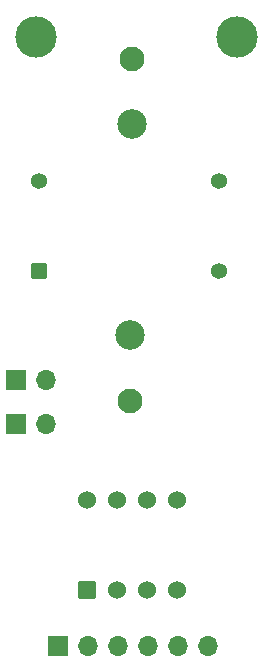
<source format=gbr>
%TF.GenerationSoftware,KiCad,Pcbnew,7.0.11-2.fc39*%
%TF.CreationDate,2024-06-07T09:19:16-04:00*%
%TF.ProjectId,OS-44,4f532d34-342e-46b6-9963-61645f706362,rev?*%
%TF.SameCoordinates,Original*%
%TF.FileFunction,Soldermask,Top*%
%TF.FilePolarity,Negative*%
%FSLAX46Y46*%
G04 Gerber Fmt 4.6, Leading zero omitted, Abs format (unit mm)*
G04 Created by KiCad (PCBNEW 7.0.11-2.fc39) date 2024-06-07 09:19:16*
%MOMM*%
%LPD*%
G01*
G04 APERTURE LIST*
G04 Aperture macros list*
%AMRoundRect*
0 Rectangle with rounded corners*
0 $1 Rounding radius*
0 $2 $3 $4 $5 $6 $7 $8 $9 X,Y pos of 4 corners*
0 Add a 4 corners polygon primitive as box body*
4,1,4,$2,$3,$4,$5,$6,$7,$8,$9,$2,$3,0*
0 Add four circle primitives for the rounded corners*
1,1,$1+$1,$2,$3*
1,1,$1+$1,$4,$5*
1,1,$1+$1,$6,$7*
1,1,$1+$1,$8,$9*
0 Add four rect primitives between the rounded corners*
20,1,$1+$1,$2,$3,$4,$5,0*
20,1,$1+$1,$4,$5,$6,$7,0*
20,1,$1+$1,$6,$7,$8,$9,0*
20,1,$1+$1,$8,$9,$2,$3,0*%
G04 Aperture macros list end*
%ADD10RoundRect,0.102000X-0.579000X-0.579000X0.579000X-0.579000X0.579000X0.579000X-0.579000X0.579000X0*%
%ADD11C,1.362000*%
%ADD12RoundRect,0.102000X0.660400X-0.660400X0.660400X0.660400X-0.660400X0.660400X-0.660400X-0.660400X0*%
%ADD13C,1.524800*%
%ADD14C,2.100000*%
%ADD15C,3.500000*%
%ADD16R,1.700000X1.700000*%
%ADD17O,1.700000X1.700000*%
%ADD18C,2.500000*%
G04 APERTURE END LIST*
D10*
%TO.C,Y1*%
X133890000Y-86605000D03*
D11*
X149130000Y-86605000D03*
X149130000Y-78985000D03*
X133890000Y-78985000D03*
%TD*%
D12*
%TO.C,ATTINY85*%
X137922000Y-113665000D03*
D13*
X140462000Y-113665000D03*
X143002000Y-113665000D03*
X145542000Y-113665000D03*
X145542000Y-106045000D03*
X143002000Y-106045000D03*
X140462000Y-106045000D03*
X137922000Y-106045000D03*
%TD*%
D14*
%TO.C,REF\u002A\u002A*%
X141605000Y-97663000D03*
%TD*%
D15*
%TO.C,REF\u002A\u002A*%
X133604000Y-66802000D03*
%TD*%
D16*
%TO.C,JPROG*%
X135509000Y-118364000D03*
D17*
X138049000Y-118364000D03*
X140589000Y-118364000D03*
X143129000Y-118364000D03*
X145669000Y-118364000D03*
X148209000Y-118364000D03*
%TD*%
D18*
%TO.C,ANT*%
X141732000Y-74168000D03*
%TD*%
D14*
%TO.C,REF\u002A\u002A*%
X141732000Y-68707000D03*
%TD*%
D16*
%TO.C,PWR*%
X131973000Y-95860000D03*
D17*
X134513000Y-95860000D03*
%TD*%
D18*
%TO.C,J4*%
X141605000Y-92075000D03*
%TD*%
D16*
%TO.C,PWR*%
X131973000Y-99543000D03*
D17*
X134513000Y-99543000D03*
%TD*%
D15*
%TO.C,REF\u002A\u002A*%
X150622000Y-66802000D03*
%TD*%
M02*

</source>
